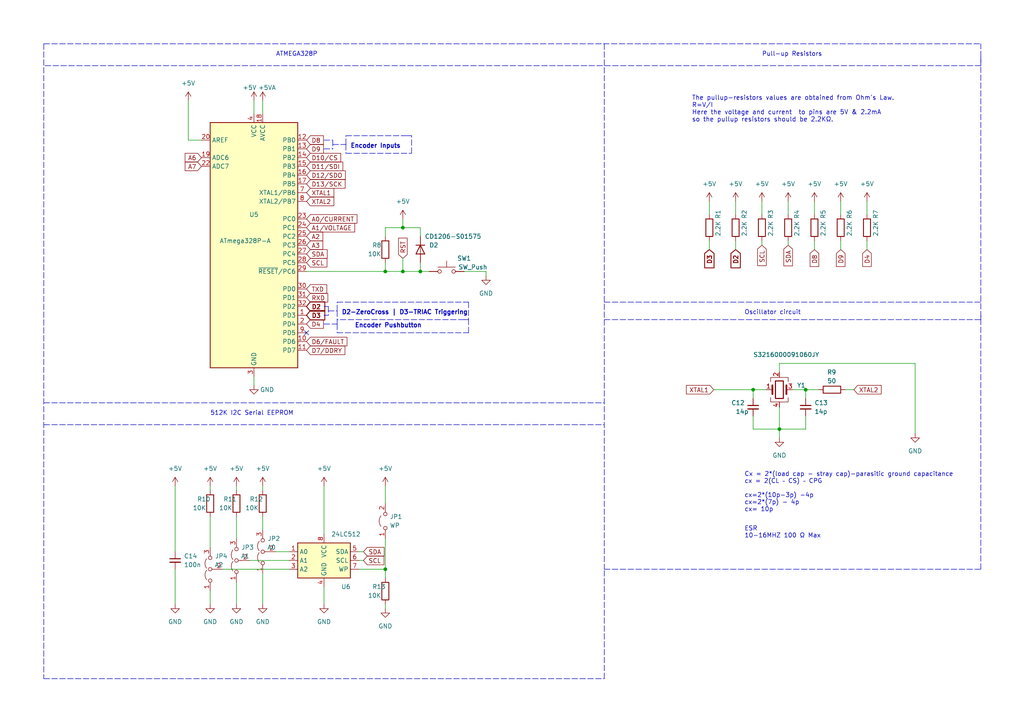
<source format=kicad_sch>
(kicad_sch (version 20210621) (generator eeschema)
  (paper "A4")
  (lib_symbols
    (symbol "Device:C_Small" (pin_numbers hide) (pin_names (offset 0.254) hide)
      (property "Reference" "C" (at 0.254 1.778 0))
      (property "Value" "C_Small" (at 0.254 -2.032 0))
      (symbol "C_Small_0_1"
        (polyline (pts (xy -1.524 -0.508) (xy 1.524 -0.508)) (stroke (width 0.3302)))
        (polyline (pts (xy -1.524 0.508) (xy 1.524 0.508)) (stroke (width 0.3048)))
      )
      (symbol "C_Small_1_1"
        (pin passive line (at 0 2.54 270) (length 2.032) (name "~") (number "1"))
        (pin passive line (at 0 -2.54 90) (length 2.032) (name "~") (number "2"))
      )
    )
    (symbol "Device:Crystal_GND24" (pin_names (offset 1.016) hide)
      (property "Reference" "Y" (at 3.175 5.08 0))
      (property "Value" "Crystal_GND24" (at 3.175 3.175 0))
      (symbol "Crystal_GND24_0_1"
        (rectangle (start -1.143 2.54) (end 1.143 -2.54) (stroke (width 0.3048)))
        (polyline (pts (xy -2.54 0) (xy -2.032 0)))
        (polyline (pts (xy -2.032 -1.27) (xy -2.032 1.27)) (stroke (width 0.508)))
        (polyline (pts (xy 0 -3.81) (xy 0 -3.556)))
        (polyline (pts (xy 0 3.556) (xy 0 3.81)))
        (polyline (pts (xy 2.032 -1.27) (xy 2.032 1.27)) (stroke (width 0.508)))
        (polyline (pts (xy 2.032 0) (xy 2.54 0)))
        (polyline (pts (xy -2.54 -2.286) (xy -2.54 -3.556) (xy 2.54 -3.556) (xy 2.54 -2.286)))
        (polyline (pts (xy -2.54 2.286) (xy -2.54 3.556) (xy 2.54 3.556) (xy 2.54 2.286)))
      )
      (symbol "Crystal_GND24_1_1"
        (pin passive line (at -3.81 0 0) (length 1.27) (name "1") (number "1"))
        (pin passive line (at 0 5.08 270) (length 1.27) (name "2") (number "2"))
        (pin passive line (at 3.81 0 180) (length 1.27) (name "3") (number "3"))
        (pin passive line (at 0 -5.08 90) (length 1.27) (name "4") (number "4"))
      )
    )
    (symbol "Device:R" (pin_numbers hide) (pin_names (offset 0))
      (property "Reference" "R" (at 2.032 0 90))
      (property "Value" "R" (at 0 0 90))
      (symbol "R_0_1"
        (rectangle (start -1.016 -2.54) (end 1.016 2.54) (stroke (width 0.254)))
      )
      (symbol "R_1_1"
        (pin passive line (at 0 3.81 270) (length 1.27) (name "~") (number "1"))
        (pin passive line (at 0 -3.81 90) (length 1.27) (name "~") (number "2"))
      )
    )
    (symbol "Diode:1N4002" (pin_numbers hide) (pin_names (offset 1.016) hide)
      (property "Reference" "D" (at 0 2.54 0))
      (property "Value" "1N4002" (at 0 -2.54 0))
      (symbol "1N4002_0_1"
        (polyline (pts (xy -1.27 1.27) (xy -1.27 -1.27)) (stroke (width 0.254)))
        (polyline (pts (xy 1.27 0) (xy -1.27 0)))
        (polyline (pts (xy 1.27 1.27) (xy 1.27 -1.27) (xy -1.27 0) (xy 1.27 1.27)) (stroke (width 0.254)))
      )
      (symbol "1N4002_1_1"
        (pin passive line (at -3.81 0 0) (length 2.54) (name "K") (number "1"))
        (pin passive line (at 3.81 0 180) (length 2.54) (name "A") (number "2"))
      )
    )
    (symbol "Jumper:Jumper_2_Open" (pin_names (offset 0) hide)
      (property "Reference" "JP" (at 0 2.794 0))
      (property "Value" "Jumper_2_Open" (at 0 -2.286 0))
      (symbol "Jumper_2_Open_0_0"
        (circle (center -2.032 0) (radius 0.508))
        (circle (center 2.032 0) (radius 0.508))
      )
      (symbol "Jumper_2_Open_0_1"
        (arc (start 1.524 1.27) (mid 0 1.778) (end -1.524 1.27))
      )
      (symbol "Jumper_2_Open_1_1"
        (pin passive line (at -5.08 0 0) (length 2.54) (name "A") (number "1"))
        (pin passive line (at 5.08 0 180) (length 2.54) (name "B") (number "2"))
      )
    )
    (symbol "Jumper:Jumper_3_Open" (pin_names (offset 0) hide)
      (property "Reference" "JP" (at -2.54 -2.54 0))
      (property "Value" "Jumper_3_Open" (at 0 2.794 0))
      (symbol "Jumper_3_Open_0_0"
        (circle (center -3.302 0) (radius 0.508))
        (circle (center 0 0) (radius 0.508))
        (circle (center 3.302 0) (radius 0.508))
      )
      (symbol "Jumper_3_Open_0_1"
        (arc (start -0.254 1.016) (mid -1.651 1.4992) (end -3.048 1.016))
        (polyline (pts (xy 0 -0.508) (xy 0 -1.27)))
        (arc (start 3.048 1.016) (mid 1.651 1.4992) (end 0.254 1.016))
      )
      (symbol "Jumper_3_Open_1_1"
        (pin passive line (at -6.35 0 0) (length 2.54) (name "A") (number "1"))
        (pin input line (at 0 -3.81 90) (length 2.54) (name "C") (number "2"))
        (pin passive line (at 6.35 0 180) (length 2.54) (name "B") (number "3"))
      )
    )
    (symbol "MCU_Microchip_ATmega:ATmega328P-A"
      (property "Reference" "U" (at -12.7 36.83 0))
      (property "Value" "ATmega328P-A" (at 2.54 -36.83 0))
      (symbol "ATmega328P-A_0_1"
        (rectangle (start -12.7 -35.56) (end 12.7 35.56) (stroke (width 0.254)) (fill (type background)))
      )
      (symbol "ATmega328P-A_1_1"
        (pin bidirectional line (at 15.24 -20.32 180) (length 2.54) (name "PD3") (number "1"))
        (pin bidirectional line (at 15.24 -27.94 180) (length 2.54) (name "PD6") (number "10"))
        (pin bidirectional line (at 15.24 -30.48 180) (length 2.54) (name "PD7") (number "11"))
        (pin bidirectional line (at 15.24 30.48 180) (length 2.54) (name "PB0") (number "12"))
        (pin bidirectional line (at 15.24 27.94 180) (length 2.54) (name "PB1") (number "13"))
        (pin bidirectional line (at 15.24 25.4 180) (length 2.54) (name "PB2") (number "14"))
        (pin bidirectional line (at 15.24 22.86 180) (length 2.54) (name "PB3") (number "15"))
        (pin bidirectional line (at 15.24 20.32 180) (length 2.54) (name "PB4") (number "16"))
        (pin bidirectional line (at 15.24 17.78 180) (length 2.54) (name "PB5") (number "17"))
        (pin power_in line (at 2.54 38.1 270) (length 2.54) (name "AVCC") (number "18"))
        (pin input line (at -15.24 25.4 0) (length 2.54) (name "ADC6") (number "19"))
        (pin bidirectional line (at 15.24 -22.86 180) (length 2.54) (name "PD4") (number "2"))
        (pin passive line (at -15.24 30.48 0) (length 2.54) (name "AREF") (number "20"))
        (pin passive line (at 0 -38.1 90) (length 2.54) hide (name "GND") (number "21"))
        (pin input line (at -15.24 22.86 0) (length 2.54) (name "ADC7") (number "22"))
        (pin bidirectional line (at 15.24 7.62 180) (length 2.54) (name "PC0") (number "23"))
        (pin bidirectional line (at 15.24 5.08 180) (length 2.54) (name "PC1") (number "24"))
        (pin bidirectional line (at 15.24 2.54 180) (length 2.54) (name "PC2") (number "25"))
        (pin bidirectional line (at 15.24 0 180) (length 2.54) (name "PC3") (number "26"))
        (pin bidirectional line (at 15.24 -2.54 180) (length 2.54) (name "PC4") (number "27"))
        (pin bidirectional line (at 15.24 -5.08 180) (length 2.54) (name "PC5") (number "28"))
        (pin bidirectional line (at 15.24 -7.62 180) (length 2.54) (name "~{RESET}/PC6") (number "29"))
        (pin power_in line (at 0 -38.1 90) (length 2.54) (name "GND") (number "3"))
        (pin bidirectional line (at 15.24 -12.7 180) (length 2.54) (name "PD0") (number "30"))
        (pin bidirectional line (at 15.24 -15.24 180) (length 2.54) (name "PD1") (number "31"))
        (pin bidirectional line (at 15.24 -17.78 180) (length 2.54) (name "PD2") (number "32"))
        (pin power_in line (at 0 38.1 270) (length 2.54) (name "VCC") (number "4"))
        (pin passive line (at 0 -38.1 90) (length 2.54) hide (name "GND") (number "5"))
        (pin passive line (at 0 38.1 270) (length 2.54) hide (name "VCC") (number "6"))
        (pin bidirectional line (at 15.24 15.24 180) (length 2.54) (name "XTAL1/PB6") (number "7"))
        (pin bidirectional line (at 15.24 12.7 180) (length 2.54) (name "XTAL2/PB7") (number "8"))
        (pin bidirectional line (at 15.24 -25.4 180) (length 2.54) (name "PD5") (number "9"))
      )
    )
    (symbol "Memory_EEPROM:24LC512"
      (property "Reference" "U" (at -6.35 6.35 0))
      (property "Value" "24LC512" (at 1.27 6.35 0))
      (symbol "24LC512_1_1"
        (rectangle (start -7.62 5.08) (end 7.62 -5.08) (stroke (width 0.254)) (fill (type background)))
        (pin input line (at -10.16 2.54 0) (length 2.54) (name "A0") (number "1"))
        (pin input line (at -10.16 0 0) (length 2.54) (name "A1") (number "2"))
        (pin input line (at -10.16 -2.54 0) (length 2.54) (name "A2") (number "3"))
        (pin power_in line (at 0 -7.62 90) (length 2.54) (name "GND") (number "4"))
        (pin bidirectional line (at 10.16 2.54 180) (length 2.54) (name "SDA") (number "5"))
        (pin input line (at 10.16 0 180) (length 2.54) (name "SCL") (number "6"))
        (pin input line (at 10.16 -2.54 180) (length 2.54) (name "WP") (number "7"))
        (pin power_in line (at 0 7.62 270) (length 2.54) (name "VCC") (number "8"))
      )
    )
    (symbol "Switch:SW_Push" (pin_numbers hide) (pin_names (offset 1.016) hide)
      (property "Reference" "SW" (at 1.27 2.54 0))
      (property "Value" "SW_Push" (at 0 -1.524 0))
      (symbol "SW_Push_0_1"
        (circle (center -2.032 0) (radius 0.508))
        (polyline (pts (xy 0 1.27) (xy 0 3.048)))
        (polyline (pts (xy 2.54 1.27) (xy -2.54 1.27)))
        (circle (center 2.032 0) (radius 0.508))
        (pin passive line (at -5.08 0 0) (length 2.54) (name "1") (number "1"))
        (pin passive line (at 5.08 0 180) (length 2.54) (name "2") (number "2"))
      )
    )
    (symbol "power:+5V" (power) (pin_names (offset 0))
      (property "Value" "+5V" (at 0 3.556 0))
      (symbol "+5V_0_1"
        (polyline (pts (xy -0.762 1.27) (xy 0 2.54)))
        (polyline (pts (xy 0 0) (xy 0 2.54)))
        (polyline (pts (xy 0 2.54) (xy 0.762 1.27)))
      )
      (symbol "+5V_1_1"
        (pin power_in line (at 0 0 90) (length 0) hide (name "+5V") (number "1"))
      )
    )
    (symbol "power:+5VA" (power) (pin_names (offset 0))
      (property "Value" "+5VA" (at 0 3.556 0))
      (symbol "+5VA_0_1"
        (polyline (pts (xy -0.762 1.27) (xy 0 2.54)))
        (polyline (pts (xy 0 0) (xy 0 2.54)))
        (polyline (pts (xy 0 2.54) (xy 0.762 1.27)))
      )
      (symbol "+5VA_1_1"
        (pin power_in line (at 0 0 90) (length 0) hide (name "+5VA") (number "1"))
      )
    )
    (symbol "power:GND" (power) (pin_names (offset 0))
      (property "Value" "GND" (at 0 -3.81 0))
      (symbol "GND_0_1"
        (polyline (pts (xy 0 0) (xy 0 -1.27) (xy 1.27 -1.27) (xy 0 -2.54) (xy -1.27 -1.27) (xy 0 -1.27)))
      )
      (symbol "GND_1_1"
        (pin power_in line (at 0 0 270) (length 0) hide (name "GND") (number "1"))
      )
    )
  )
  (junction (at 116.84 78.74))
  (junction (at 111.76 165.1))
  (junction (at 111.76 78.74))
  (junction (at 226.06 124.46))
  (junction (at 218.44 113.03))
  (junction (at 116.84 66.04))
  (junction (at 233.68 113.03))
  (junction (at 121.92 78.74))
  (no_connect (at 88.9 96.52))
  (wire (pts (xy 76.2 149.86) (xy 76.2 153.67)))
  (wire (pts (xy 226.06 107.95) (xy 226.06 105.41)))
  (wire (pts (xy 226.06 105.41) (xy 265.43 105.41)))
  (wire (pts (xy 60.96 140.97) (xy 60.96 142.24)))
  (polyline (pts (xy 134.62 87.63) (xy 135.89 87.63)))
  (wire (pts (xy 93.98 175.26) (xy 93.98 170.18)))
  (wire (pts (xy 93.98 140.97) (xy 93.98 154.94)))
  (wire (pts (xy 220.98 58.42) (xy 220.98 62.23)))
  (wire (pts (xy 121.92 78.74) (xy 124.46 78.74)))
  (wire (pts (xy 50.8 140.97) (xy 50.8 160.02)))
  (polyline (pts (xy 12.7 123.19) (xy 175.26 123.19)))
  (polyline (pts (xy 97.79 90.17) (xy 97.79 87.63)))
  (polyline (pts (xy 135.89 87.63) (xy 135.89 92.71)))
  (polyline (pts (xy 97.79 90.17) (xy 97.79 92.71)))
  (polyline (pts (xy 97.79 87.63) (xy 134.62 87.63)))
  (polyline (pts (xy 134.62 92.71) (xy 97.79 92.71)))
  (polyline (pts (xy 284.48 91.44) (xy 284.48 92.71)))
  (wire (pts (xy 265.43 105.41) (xy 265.43 125.73)))
  (polyline (pts (xy 93.98 93.98) (xy 97.79 93.98)))
  (polyline (pts (xy 97.79 92.71) (xy 97.79 93.98)))
  (wire (pts (xy 245.11 113.03) (xy 247.65 113.03)))
  (wire (pts (xy 111.76 156.21) (xy 111.76 165.1)))
  (wire (pts (xy 218.44 120.65) (xy 218.44 124.46)))
  (wire (pts (xy 213.36 72.39) (xy 213.36 69.85)))
  (polyline (pts (xy 97.79 96.52) (xy 134.62 96.52)))
  (polyline (pts (xy 97.79 93.98) (xy 97.79 96.52)))
  (wire (pts (xy 207.01 113.03) (xy 218.44 113.03)))
  (wire (pts (xy 233.68 120.65) (xy 233.68 124.46)))
  (wire (pts (xy 105.41 162.56) (xy 104.14 162.56)))
  (wire (pts (xy 72.39 162.56) (xy 83.82 162.56)))
  (wire (pts (xy 220.98 71.12) (xy 220.98 69.85)))
  (polyline (pts (xy 12.7 12.7) (xy 12.7 196.85)))
  (polyline (pts (xy 12.7 12.7) (xy 284.48 12.7)))
  (polyline (pts (xy 175.26 165.1) (xy 284.48 165.1)))
  (polyline (pts (xy 284.48 165.1) (xy 284.48 12.7)))
  (polyline (pts (xy 12.7 196.85) (xy 175.26 196.85)))
  (polyline (pts (xy 175.26 196.85) (xy 175.26 165.1)))
  (wire (pts (xy 226.06 118.11) (xy 226.06 124.46)))
  (wire (pts (xy 236.22 58.42) (xy 236.22 62.23)))
  (wire (pts (xy 233.68 113.03) (xy 237.49 113.03)))
  (wire (pts (xy 111.76 165.1) (xy 111.76 167.64)))
  (wire (pts (xy 104.14 165.1) (xy 111.76 165.1)))
  (wire (pts (xy 60.96 149.86) (xy 60.96 158.75)))
  (wire (pts (xy 218.44 124.46) (xy 226.06 124.46)))
  (wire (pts (xy 226.06 124.46) (xy 233.68 124.46)))
  (wire (pts (xy 233.68 113.03) (xy 233.68 115.57)))
  (wire (pts (xy 229.87 113.03) (xy 233.68 113.03)))
  (wire (pts (xy 76.2 166.37) (xy 76.2 175.26)))
  (wire (pts (xy 243.84 72.39) (xy 243.84 69.85)))
  (polyline (pts (xy 93.98 88.9) (xy 95.25 88.9)))
  (polyline (pts (xy 95.25 88.9) (xy 95.25 91.44)))
  (polyline (pts (xy 93.98 91.44) (xy 95.25 91.44)))
  (wire (pts (xy 60.96 171.45) (xy 60.96 175.26)))
  (wire (pts (xy 50.8 175.26) (xy 50.8 165.1)))
  (polyline (pts (xy 12.7 116.84) (xy 175.26 116.84)))
  (wire (pts (xy 116.84 63.5) (xy 116.84 66.04)))
  (wire (pts (xy 80.01 160.02) (xy 83.82 160.02)))
  (wire (pts (xy 73.66 109.22) (xy 73.66 111.76)))
  (wire (pts (xy 105.41 160.02) (xy 104.14 160.02)))
  (polyline (pts (xy 100.33 39.37) (xy 118.11 39.37)))
  (polyline (pts (xy 100.33 41.91) (xy 100.33 44.45)))
  (polyline (pts (xy 96.52 41.91) (xy 100.33 41.91)))
  (polyline (pts (xy 100.33 41.91) (xy 100.33 39.37)))
  (wire (pts (xy 228.6 71.12) (xy 228.6 69.85)))
  (wire (pts (xy 76.2 140.97) (xy 76.2 142.24)))
  (wire (pts (xy 111.76 66.04) (xy 116.84 66.04)))
  (wire (pts (xy 116.84 66.04) (xy 121.92 66.04)))
  (wire (pts (xy 121.92 66.04) (xy 121.92 68.58)))
  (wire (pts (xy 111.76 68.58) (xy 111.76 66.04)))
  (wire (pts (xy 88.9 78.74) (xy 111.76 78.74)))
  (wire (pts (xy 111.76 76.2) (xy 111.76 78.74)))
  (wire (pts (xy 111.76 140.97) (xy 111.76 146.05)))
  (wire (pts (xy 68.58 140.97) (xy 68.58 142.24)))
  (polyline (pts (xy 134.62 96.52) (xy 135.89 96.52)))
  (polyline (pts (xy 135.89 96.52) (xy 135.89 92.71)))
  (wire (pts (xy 76.2 29.21) (xy 76.2 33.02)))
  (wire (pts (xy 205.74 58.42) (xy 205.74 62.23)))
  (polyline (pts (xy 134.62 92.71) (xy 135.89 92.71)))
  (wire (pts (xy 228.6 58.42) (xy 228.6 62.23)))
  (wire (pts (xy 251.46 72.39) (xy 251.46 69.85)))
  (wire (pts (xy 68.58 149.86) (xy 68.58 156.21)))
  (polyline (pts (xy 175.26 87.63) (xy 284.48 87.63)))
  (wire (pts (xy 121.92 78.74) (xy 121.92 76.2)))
  (wire (pts (xy 116.84 78.74) (xy 121.92 78.74)))
  (wire (pts (xy 111.76 78.74) (xy 116.84 78.74)))
  (polyline (pts (xy 284.48 19.05) (xy 12.7 19.05)))
  (polyline (pts (xy 284.48 16.51) (xy 284.48 19.05)))
  (wire (pts (xy 213.36 58.42) (xy 213.36 62.23)))
  (polyline (pts (xy 93.98 40.64) (xy 96.52 40.64)))
  (polyline (pts (xy 96.52 40.64) (xy 96.52 43.18)))
  (polyline (pts (xy 93.98 43.18) (xy 96.52 43.18)))
  (wire (pts (xy 73.66 29.21) (xy 73.66 33.02)))
  (polyline (pts (xy 118.11 39.37) (xy 119.38 39.37)))
  (polyline (pts (xy 100.33 44.45) (xy 119.38 44.45)))
  (polyline (pts (xy 119.38 44.45) (xy 119.38 39.37)))
  (wire (pts (xy 251.46 58.42) (xy 251.46 62.23)))
  (wire (pts (xy 226.06 124.46) (xy 226.06 127)))
  (wire (pts (xy 218.44 113.03) (xy 222.25 113.03)))
  (wire (pts (xy 218.44 113.03) (xy 218.44 115.57)))
  (wire (pts (xy 64.77 165.1) (xy 83.82 165.1)))
  (polyline (pts (xy 95.25 90.17) (xy 97.79 90.17)))
  (wire (pts (xy 205.74 72.39) (xy 205.74 69.85)))
  (wire (pts (xy 236.22 72.39) (xy 236.22 69.85)))
  (wire (pts (xy 111.76 176.53) (xy 111.76 175.26)))
  (wire (pts (xy 54.61 29.21) (xy 54.61 40.64)))
  (wire (pts (xy 54.61 40.64) (xy 58.42 40.64)))
  (wire (pts (xy 243.84 58.42) (xy 243.84 62.23)))
  (wire (pts (xy 134.62 78.74) (xy 140.97 78.74)))
  (wire (pts (xy 140.97 78.74) (xy 140.97 80.01)))
  (polyline (pts (xy 175.26 92.71) (xy 284.48 92.71)))
  (wire (pts (xy 116.84 74.93) (xy 116.84 78.74)))
  (wire (pts (xy 68.58 168.91) (xy 68.58 175.26)))
  (polyline (pts (xy 175.26 12.7) (xy 175.26 165.1)))
  (text "Cx = 2*(load cap - stray cap)-parasitic ground capacitance\ncx = 2(CL – CS) – CPG \n\ncx=2*(10p-3p) -4p\ncx=2*(7p) - 4p\ncx= 10p" (at 215.9 148.59 0) (effects (font (size 1.27 1.27)) (justify left bottom)))
  (text "The pullup-resistors values are obtained from Ohm's Law.\nR=V/I\nHere the voltage and current  to pins are 5V & 2.2mA \nso the pullup resistors should be 2.2KΩ.\n" (at 200.66 35.56 0) (effects (font (size 1.3 1.3)) (justify left bottom)))
  (text "Encoder Inputs\n" (at 101.6 43.18 0) (effects (font (size 1.27 1.27) (thickness 0.254) bold) (justify left bottom)))
  (text "ESR\n10-16MHZ 100 Ω Max" (at 215.9 156.21 0) (effects (font (size 1.27 1.27)) (justify left bottom)))
  (text "D2-ZeroCross | D3-TRIAC Triggering\n" (at 99.06 91.44 0) (effects (font (size 1.27 1.27) (thickness 0.254) bold) (justify left bottom)))
  (text "ATMEGA328P\n" (at 80.01 16.51 0) (effects (font (size 1.27 1.27)) (justify left bottom)))
  (text "Oscillator circuit" (at 215.9 91.44 0) (effects (font (size 1.27 1.27)) (justify left bottom)))
  (text "Encoder Pushbutton\n" (at 102.87 95.25 0) (effects (font (size 1.27 1.27) (thickness 0.254) bold) (justify left bottom)))
  (text "Pull-up Resistors\n" (at 220.98 16.51 0) (effects (font (size 1.27 1.27)) (justify left bottom)))
  (text "512K I2C Serial EEPROM" (at 60.96 120.65 0) (effects (font (size 1.27 1.27)) (justify left bottom)))
  (global_label "D11{slash}SDI" (shape input) (at 88.9 48.26 0) (property "Intersheet References" "${INTERSHEET_REFS}" (effects hide)))
  (global_label "D4" (shape input) (at 251.46 72.39 270) (property "Intersheet References" "${INTERSHEET_REFS}" (effects hide)))
  (global_label "SCL" (shape input) (at 220.98 71.12 270) (property "Intersheet References" "${INTERSHEET_REFS}" (effects hide)))
  (global_label "D8" (shape input) (at 88.9 40.64 0) (property "Intersheet References" "${INTERSHEET_REFS}" (effects hide)))
  (global_label "SDA" (shape input) (at 105.41 160.02 0) (property "Intersheet References" "${INTERSHEET_REFS}" (effects hide)))
  (global_label "D3" (shape input) (at 88.9 91.44 0) (effects (font (thickness 0.254) bold)) (property "Intersheet References" "${INTERSHEET_REFS}" (effects hide)))
  (global_label "XTAL2" (shape input) (at 88.9 58.42 0) (property "Intersheet References" "${INTERSHEET_REFS}" (effects hide)))
  (global_label "A6" (shape input) (at 58.42 45.72 180) (property "Intersheet References" "${INTERSHEET_REFS}" (effects hide)))
  (global_label "A3" (shape input) (at 88.9 71.12 0) (property "Intersheet References" "${INTERSHEET_REFS}" (effects hide)))
  (global_label "XTAL2" (shape input) (at 247.65 113.03 0) (property "Intersheet References" "${INTERSHEET_REFS}" (effects hide)))
  (global_label "A1{slash}VOLTAGE" (shape input) (at 88.9 66.04 0) (property "Intersheet References" "${INTERSHEET_REFS}" (effects hide)))
  (global_label "SDA" (shape input) (at 228.6 71.12 270) (property "Intersheet References" "${INTERSHEET_REFS}" (effects hide)))
  (global_label "XTAL1" (shape input) (at 207.01 113.03 180) (property "Intersheet References" "${INTERSHEET_REFS}" (effects hide)))
  (global_label "D10{slash}CS" (shape input) (at 88.9 45.72 0) (property "Intersheet References" "${INTERSHEET_REFS}" (effects hide)))
  (global_label "SCL" (shape input) (at 88.9 76.2 0) (property "Intersheet References" "${INTERSHEET_REFS}" (effects hide)))
  (global_label "TXD" (shape input) (at 88.9 83.82 0) (property "Intersheet References" "${INTERSHEET_REFS}" (effects hide)))
  (global_label "D8" (shape input) (at 236.22 72.39 270) (property "Intersheet References" "${INTERSHEET_REFS}" (effects hide)))
  (global_label "D2" (shape input) (at 88.9 88.9 0) (effects (font (thickness 0.254) bold)) (property "Intersheet References" "${INTERSHEET_REFS}" (effects hide)))
  (global_label "A2" (shape input) (at 88.9 68.58 0) (property "Intersheet References" "${INTERSHEET_REFS}" (effects hide)))
  (global_label "RXD" (shape input) (at 88.9 86.36 0) (property "Intersheet References" "${INTERSHEET_REFS}" (effects hide)))
  (global_label "D3" (shape input) (at 205.74 72.39 270) (effects (font (thickness 0.254) bold)) (property "Intersheet References" "${INTERSHEET_REFS}" (effects hide)))
  (global_label "SCL" (shape input) (at 105.41 162.56 0) (property "Intersheet References" "${INTERSHEET_REFS}" (effects hide)))
  (global_label "A7" (shape input) (at 58.42 48.26 180) (property "Intersheet References" "${INTERSHEET_REFS}" (effects hide)))
  (global_label "D2" (shape input) (at 213.36 72.39 270) (effects (font (thickness 0.254) bold)) (property "Intersheet References" "${INTERSHEET_REFS}" (effects hide)))
  (global_label "D6{slash}FAULT" (shape input) (at 88.9 99.06 0) (property "Intersheet References" "${INTERSHEET_REFS}" (effects hide)))
  (global_label "D7{slash}DDRY" (shape input) (at 88.9 101.6 0) (property "Intersheet References" "${INTERSHEET_REFS}" (effects hide)))
  (global_label "XTAL1" (shape input) (at 88.9 55.88 0) (property "Intersheet References" "${INTERSHEET_REFS}" (effects hide)))
  (global_label "D9" (shape input) (at 243.84 72.39 270) (property "Intersheet References" "${INTERSHEET_REFS}" (effects hide)))
  (global_label "RST" (shape input) (at 116.84 74.93 90) (property "Intersheet References" "${INTERSHEET_REFS}" (effects hide)))
  (global_label "D4" (shape input) (at 88.9 93.98 0) (property "Intersheet References" "${INTERSHEET_REFS}" (effects hide)))
  (global_label "SDA" (shape input) (at 88.9 73.66 0) (property "Intersheet References" "${INTERSHEET_REFS}" (effects hide)))
  (global_label "D12{slash}SDO" (shape input) (at 88.9 50.8 0) (property "Intersheet References" "${INTERSHEET_REFS}" (effects hide)))
  (global_label "D9" (shape input) (at 88.9 43.18 0) (property "Intersheet References" "${INTERSHEET_REFS}" (effects hide)))
  (global_label "D13{slash}SCK" (shape input) (at 88.9 53.34 0) (property "Intersheet References" "${INTERSHEET_REFS}" (effects hide)))
  (global_label "A0{slash}CURRENT" (shape input) (at 88.9 63.5 0) (property "Intersheet References" "${INTERSHEET_REFS}" (effects hide)))
  (symbol (lib_id "power:+5V") (at 50.8 140.97 0) (unit 1)
    (property "Reference" "#PWR035" (effects hide))
    (property "Value" "+5V" (at 50.8 135.89 0))
  )
  (symbol (lib_id "power:+5V") (at 73.66 29.21 0) (unit 1)
    (property "Reference" "#PWR021" (effects hide))
    (property "Value" "+5V" (at 72.39 25.4 0))
  )
  (symbol (lib_id "Device:C_Small") (at 50.8 162.56 0) (unit 1)
    (property "Reference" "C14" (at 53.34 161.2899 0) (effects (justify left)))
    (property "Value" "100n" (at 53.34 163.8299 0) (effects (justify left)))
    (property "Footprint" "Capacitor_SMD:C_0805_2012Metric" (effects hide))
  )
  (symbol (lib_id "Device:Crystal_GND24") (at 226.06 113.03 0) (unit 1)
    (property "Reference" "Y1" (at 231.14 111.7599 0) (effects (justify left)))
    (property "Value" "S3216000091060JY" (at 218.44 102.8699 0) (effects (justify left)))
    (property "Footprint" "Crystal:Crystal_SMD_3225-4Pin_3.2x2.5mm_HandSoldering" (effects hide))
  )
  (symbol (lib_id "Device:R") (at 213.36 66.04 0) (unit 1)
    (property "Reference" "R2" (at 215.9 63.4999 90) (effects (justify left)))
    (property "Value" "2.2K" (at 215.9 68.5799 90) (effects (justify left)))
    (property "Footprint" "Resistor_SMD:R_0805_2012Metric" (effects hide))
  )
  (symbol (lib_id "Jumper:Jumper_3_Open") (at 76.2 160.02 90) (unit 1)
    (property "Reference" "JP2" (at 81.28 156.21 90) (effects (justify left)))
    (property "Value" "A0" (at 80.01 158.75 90) (effects (justify left)))
    (property "Footprint" "Jumper:SolderJumper-3_P2.0mm_Open_TrianglePad1.0x1.5mm" (effects hide))
  )
  (symbol (lib_id "Device:R") (at 60.96 146.05 0) (unit 1)
    (property "Reference" "R10" (at 57.15 144.7799 0) (effects (justify left)))
    (property "Value" "10K" (at 55.88 147.3199 0) (effects (justify left)))
    (property "Footprint" "Resistor_SMD:R_0805_2012Metric" (effects hide))
  )
  (symbol (lib_id "power:+5V") (at 111.76 140.97 0) (unit 1)
    (property "Reference" "#PWR040" (effects hide))
    (property "Value" "+5V" (at 111.76 135.89 0))
  )
  (symbol (lib_id "Device:C_Small") (at 233.68 118.11 0) (unit 1)
    (property "Reference" "C13" (at 236.22 116.8399 0) (effects (justify left)))
    (property "Value" "14p" (at 236.22 119.3799 0) (effects (justify left)))
    (property "Footprint" "Capacitor_SMD:C_0805_2012Metric" (effects hide))
  )
  (symbol (lib_id "Memory_EEPROM:24LC512") (at 93.98 162.56 0) (unit 1)
    (property "Reference" "U6" (at 100.33 170.18 0))
    (property "Value" "24LC512" (at 100.33 154.94 0))
    (property "Footprint" "Package_SO:SOIC-8_3.9x4.9mm_P1.27mm" (effects hide))
    (property "Datasheet" "http://ww1.microchip.com/downloads/en/DeviceDoc/21754M.pdf" (effects hide))
  )
  (symbol (lib_id "power:+5VA") (at 76.2 29.21 0) (unit 1)
    (property "Reference" "#PWR022" (effects hide))
    (property "Value" "+5VA" (at 77.47 25.4 0))
  )
  (symbol (lib_id "power:+5V") (at 76.2 140.97 0) (unit 1)
    (property "Reference" "#PWR038" (effects hide))
    (property "Value" "+5V" (at 76.2 135.89 0))
  )
  (symbol (lib_id "power:+5V") (at 236.22 58.42 0) (unit 1)
    (property "Reference" "#PWR027" (effects hide))
    (property "Value" "+5V" (at 236.22 53.34 0))
  )
  (symbol (lib_id "power:+5V") (at 220.98 58.42 0) (unit 1)
    (property "Reference" "#PWR025" (effects hide))
    (property "Value" "+5V" (at 220.98 53.34 0))
  )
  (symbol (lib_id "Device:R") (at 251.46 66.04 0) (unit 1)
    (property "Reference" "R7" (at 254 63.4999 90) (effects (justify left)))
    (property "Value" "2.2K" (at 254 68.5799 90) (effects (justify left)))
    (property "Footprint" "Resistor_SMD:R_0805_2012Metric" (effects hide))
  )
  (symbol (lib_id "Device:R") (at 220.98 66.04 0) (unit 1)
    (property "Reference" "R3" (at 223.52 63.4999 90) (effects (justify left)))
    (property "Value" "2.2K" (at 223.52 68.5799 90) (effects (justify left)))
    (property "Footprint" "Resistor_SMD:R_0805_2012Metric" (effects hide))
  )
  (symbol (lib_id "power:+5V") (at 213.36 58.42 0) (unit 1)
    (property "Reference" "#PWR024" (effects hide))
    (property "Value" "+5V" (at 213.36 53.34 0))
  )
  (symbol (lib_id "power:+5V") (at 93.98 140.97 0) (unit 1)
    (property "Reference" "#PWR039" (effects hide))
    (property "Value" "+5V" (at 93.98 135.89 0))
  )
  (symbol (lib_id "power:GND") (at 93.98 175.26 0) (unit 1)
    (property "Reference" "#PWR045" (effects hide))
    (property "Value" "GND" (at 93.98 180.34 0))
  )
  (symbol (lib_id "Jumper:Jumper_3_Open") (at 68.58 162.56 90) (unit 1)
    (property "Reference" "JP3" (at 73.66 158.75 90) (effects (justify left)))
    (property "Value" "A1" (at 72.39 161.29 90) (effects (justify left)))
    (property "Footprint" "Jumper:SolderJumper-3_P2.0mm_Open_TrianglePad1.0x1.5mm" (effects hide))
  )
  (symbol (lib_id "Device:R") (at 236.22 66.04 0) (unit 1)
    (property "Reference" "R5" (at 238.76 63.4999 90) (effects (justify left)))
    (property "Value" "2.2K" (at 238.76 68.5799 90) (effects (justify left)))
    (property "Footprint" "Resistor_SMD:R_0805_2012Metric" (effects hide))
  )
  (symbol (lib_id "Device:R") (at 111.76 171.45 0) (unit 1)
    (property "Reference" "R13" (at 107.95 170.1799 0) (effects (justify left)))
    (property "Value" "10K" (at 106.68 172.7199 0) (effects (justify left)))
    (property "Footprint" "Resistor_SMD:R_0805_2012Metric" (effects hide))
  )
  (symbol (lib_id "Device:R") (at 241.3 113.03 90) (unit 1)
    (property "Reference" "R9" (at 242.5699 107.95 90) (effects (justify left)))
    (property "Value" "50" (at 242.5699 110.49 90) (effects (justify left)))
    (property "Footprint" "Resistor_SMD:R_0805_2012Metric" (effects hide))
  )
  (symbol (lib_id "Switch:SW_Push") (at 129.54 78.74 0) (unit 1)
    (property "Reference" "SW1" (at 134.62 74.93 0))
    (property "Value" "SW_Push" (at 137.16 77.47 0))
    (property "Footprint" "Button_Switch_SMD:SW_SPST_CK_RS282G05A3" (effects hide))
  )
  (symbol (lib_id "Device:R") (at 205.74 66.04 0) (unit 1)
    (property "Reference" "R1" (at 208.28 63.4999 90) (effects (justify left)))
    (property "Value" "2.2K" (at 208.28 68.5799 90) (effects (justify left)))
    (property "Footprint" "Resistor_SMD:R_0805_2012Metric" (effects hide))
  )
  (symbol (lib_id "power:GND") (at 73.66 111.76 0) (unit 1)
    (property "Reference" "#PWR032" (effects hide))
    (property "Value" "GND" (at 77.47 113.03 0))
  )
  (symbol (lib_id "Device:R") (at 111.76 72.39 0) (unit 1)
    (property "Reference" "R8" (at 107.95 71.1199 0) (effects (justify left)))
    (property "Value" "10K" (at 106.68 73.6599 0) (effects (justify left)))
    (property "Footprint" "Resistor_SMD:R_0805_2012Metric" (effects hide))
  )
  (symbol (lib_id "power:+5V") (at 205.74 58.42 0) (unit 1)
    (property "Reference" "#PWR023" (effects hide))
    (property "Value" "+5V" (at 205.74 53.34 0))
  )
  (symbol (lib_id "Diode:1N4002") (at 121.92 72.39 270) (unit 1)
    (property "Reference" "D2" (at 124.46 71.1199 90) (effects (justify left)))
    (property "Value" "CD1206-S01575" (at 123.19 68.5799 90) (effects (justify left)))
    (property "Footprint" "Diode_SMD:D_1206_3216Metric" (effects hide))
    (property "Datasheet" "http://www.vishay.com/docs/88503/1n4001.pdf" (effects hide))
  )
  (symbol (lib_id "power:GND") (at 50.8 175.26 0) (unit 1)
    (property "Reference" "#PWR041" (effects hide))
    (property "Value" "GND" (at 50.8 180.34 0))
  )
  (symbol (lib_id "Device:R") (at 228.6 66.04 0) (unit 1)
    (property "Reference" "R4" (at 231.14 63.4999 90) (effects (justify left)))
    (property "Value" "2.2K" (at 231.14 68.5799 90) (effects (justify left)))
    (property "Footprint" "Resistor_SMD:R_0805_2012Metric" (effects hide))
  )
  (symbol (lib_id "power:GND") (at 226.06 127 0) (unit 1)
    (property "Reference" "#PWR034" (effects hide))
    (property "Value" "GND" (at 226.06 132.08 0))
  )
  (symbol (lib_id "power:+5V") (at 116.84 63.5 0) (unit 1)
    (property "Reference" "#PWR030" (effects hide))
    (property "Value" "+5V" (at 116.84 58.42 0))
  )
  (symbol (lib_id "power:GND") (at 140.97 80.01 0) (unit 1)
    (property "Reference" "#PWR031" (effects hide))
    (property "Value" "GND" (at 140.97 85.09 0))
  )
  (symbol (lib_id "power:+5V") (at 251.46 58.42 0) (unit 1)
    (property "Reference" "#PWR029" (effects hide))
    (property "Value" "+5V" (at 251.46 53.34 0))
  )
  (symbol (lib_id "Device:R") (at 68.58 146.05 0) (unit 1)
    (property "Reference" "R11" (at 64.77 144.7799 0) (effects (justify left)))
    (property "Value" "10K" (at 63.5 147.3199 0) (effects (justify left)))
    (property "Footprint" "Resistor_SMD:R_0805_2012Metric" (effects hide))
  )
  (symbol (lib_id "power:GND") (at 111.76 176.53 0) (unit 1)
    (property "Reference" "#PWR046" (effects hide))
    (property "Value" "GND" (at 111.76 181.61 0))
  )
  (symbol (lib_id "Jumper:Jumper_3_Open") (at 60.96 165.1 90) (unit 1)
    (property "Reference" "JP4" (at 66.04 161.29 90) (effects (justify left)))
    (property "Value" "A2" (at 64.77 163.83 90) (effects (justify left)))
    (property "Footprint" "Jumper:SolderJumper-3_P2.0mm_Open_TrianglePad1.0x1.5mm" (effects hide))
  )
  (symbol (lib_id "MCU_Microchip_ATmega:ATmega328P-A") (at 73.66 71.12 0) (unit 1)
    (property "Reference" "U5" (at 73.66 62.23 0))
    (property "Value" "ATmega328P-A" (at 71.12 69.85 0))
    (property "Footprint" "Package_QFP:TQFP-32_7x7mm_P0.8mm" (effects hide))
    (property "Datasheet" "http://ww1.microchip.com/downloads/en/DeviceDoc/ATmega328_P%20AVR%20MCU%20with%20picoPower%20Technology%20Data%20Sheet%2040001984A.pdf" (effects hide))
  )
  (symbol (lib_id "Jumper:Jumper_2_Open") (at 111.76 151.13 90) (unit 1)
    (property "Reference" "JP1" (at 113.03 149.8599 90) (effects (justify right)))
    (property "Value" "WP" (at 113.03 152.3999 90) (effects (justify right)))
    (property "Footprint" "Jumper:SolderJumper-2_P1.3mm_Open_TrianglePad1.0x1.5mm" (effects hide))
  )
  (symbol (lib_id "power:+5V") (at 54.61 29.21 0) (unit 1)
    (property "Reference" "#PWR020" (effects hide))
    (property "Value" "+5V" (at 54.61 24.13 0))
  )
  (symbol (lib_id "power:GND") (at 76.2 175.26 0) (unit 1)
    (property "Reference" "#PWR044" (effects hide))
    (property "Value" "GND" (at 76.2 180.34 0))
  )
  (symbol (lib_id "power:+5V") (at 60.96 140.97 0) (unit 1)
    (property "Reference" "#PWR036" (effects hide))
    (property "Value" "+5V" (at 60.96 135.89 0))
  )
  (symbol (lib_id "Device:R") (at 243.84 66.04 0) (unit 1)
    (property "Reference" "R6" (at 246.38 63.4999 90) (effects (justify left)))
    (property "Value" "2.2K" (at 246.38 68.5799 90) (effects (justify left)))
    (property "Footprint" "Resistor_SMD:R_0805_2012Metric" (effects hide))
  )
  (symbol (lib_id "power:+5V") (at 68.58 140.97 0) (unit 1)
    (property "Reference" "#PWR037" (effects hide))
    (property "Value" "+5V" (at 68.58 135.89 0))
  )
  (symbol (lib_id "Device:R") (at 76.2 146.05 0) (unit 1)
    (property "Reference" "R12" (at 72.39 144.7799 0) (effects (justify left)))
    (property "Value" "10K" (at 71.12 147.3199 0) (effects (justify left)))
    (property "Footprint" "Resistor_SMD:R_0805_2012Metric" (effects hide))
  )
  (symbol (lib_id "power:GND") (at 60.96 175.26 0) (unit 1)
    (property "Reference" "#PWR042" (effects hide))
    (property "Value" "GND" (at 60.96 180.34 0))
  )
  (symbol (lib_id "power:GND") (at 68.58 175.26 0) (unit 1)
    (property "Reference" "#PWR043" (effects hide))
    (property "Value" "GND" (at 68.58 180.34 0))
  )
  (symbol (lib_id "power:+5V") (at 243.84 58.42 0) (unit 1)
    (property "Reference" "#PWR028" (effects hide))
    (property "Value" "+5V" (at 243.84 53.34 0))
  )
  (symbol (lib_id "power:GND") (at 265.43 125.73 0) (unit 1)
    (property "Reference" "#PWR033" (effects hide))
    (property "Value" "GND" (at 265.43 130.81 0))
  )
  (symbol (lib_id "Device:C_Small") (at 218.44 118.11 0) (unit 1)
    (property "Reference" "C12" (at 212.09 116.8399 0) (effects (justify left)))
    (property "Value" "14p" (at 213.36 119.3799 0) (effects (justify left)))
    (property "Footprint" "Capacitor_SMD:C_0805_2012Metric" (effects hide))
  )
  (symbol (lib_id "power:+5V") (at 228.6 58.42 0) (unit 1)
    (property "Reference" "#PWR026" (effects hide))
    (property "Value" "+5V" (at 228.6 53.34 0))
  )
)
</source>
